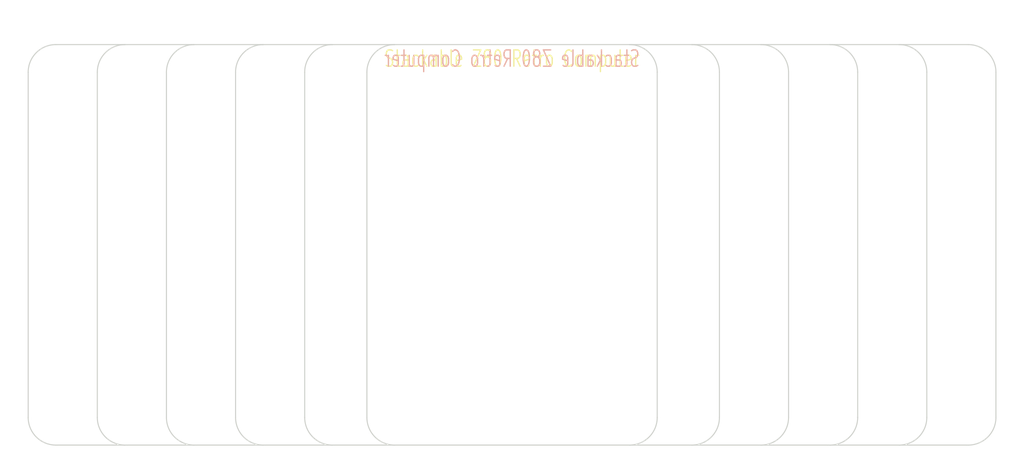
<source format=kicad_pcb>
(kicad_pcb (version 20171130) (host pcbnew "(5.0.1)-4")

  (general
    (thickness 1.6)
    (drawings 70)
    (tracks 0)
    (zones 0)
    (modules 0)
    (nets 1)
  )

  (page A4)
  (title_block
    (title "S80 - Stackable Z80")
    (date 2018-10-22)
    (rev 1.0)
    (comment 1 "Original Design Copyright (c) 2018 by R&F Pynckels")
    (comment 2 "RetroZ Adaptation Copyright(c) 2019 by J.P. Gravel")
  )

  (layers
    (0 F.Cu signal)
    (31 B.Cu signal)
    (34 B.Paste user)
    (35 F.Paste user)
    (36 B.SilkS user)
    (37 F.SilkS user)
    (38 B.Mask user)
    (39 F.Mask user)
    (40 Dwgs.User user)
    (44 Edge.Cuts user)
    (45 Margin user)
    (46 B.CrtYd user)
    (47 F.CrtYd user)
    (48 B.Fab user)
    (49 F.Fab user)
  )

  (setup
    (last_trace_width 0.1524)
    (user_trace_width 0.254)
    (user_trace_width 0.254)
    (user_trace_width 0.254)
    (user_trace_width 0.254)
    (user_trace_width 0.254)
    (user_trace_width 0.254)
    (user_trace_width 0.254)
    (user_trace_width 0.254)
    (user_trace_width 0.254)
    (user_trace_width 0.254)
    (user_trace_width 0.254)
    (user_trace_width 0.254)
    (user_trace_width 0.254)
    (user_trace_width 0.254)
    (user_trace_width 0.254)
    (user_trace_width 0.254)
    (user_trace_width 0.254)
    (user_trace_width 0.254)
    (user_trace_width 0.254)
    (user_trace_width 0.254)
    (user_trace_width 0.254)
    (user_trace_width 0.254)
    (user_trace_width 0.254)
    (user_trace_width 0.254)
    (user_trace_width 0.254)
    (user_trace_width 0.254)
    (user_trace_width 0.254)
    (user_trace_width 0.254)
    (user_trace_width 0.254)
    (user_trace_width 0.254)
    (user_trace_width 0.254)
    (user_trace_width 0.254)
    (user_trace_width 0.254)
    (user_trace_width 0.254)
    (user_trace_width 0.254)
    (user_trace_width 0.254)
    (user_trace_width 0.254)
    (user_trace_width 0.254)
    (user_trace_width 0.254)
    (user_trace_width 0.254)
    (user_trace_width 0.254)
    (user_trace_width 0.254)
    (user_trace_width 0.254)
    (user_trace_width 0.254)
    (user_trace_width 0.254)
    (user_trace_width 0.254)
    (trace_clearance 0.1524)
    (zone_clearance 0.1524)
    (zone_45_only yes)
    (trace_min 0.1524)
    (segment_width 0.2)
    (edge_width 0.2)
    (via_size 0.6858)
    (via_drill 0.3302)
    (via_min_size 0.508)
    (via_min_drill 0.254)
    (uvia_size 0.6858)
    (uvia_drill 0.3302)
    (uvias_allowed no)
    (uvia_min_size 0.2)
    (uvia_min_drill 0.1)
    (pcb_text_width 0.3)
    (pcb_text_size 1.5 1.5)
    (mod_edge_width 0.15)
    (mod_text_size 1 1)
    (mod_text_width 0.15)
    (pad_size 1.7 1.7)
    (pad_drill 1)
    (pad_to_mask_clearance 0.0508)
    (solder_mask_min_width 0.25)
    (aux_axis_origin 0 0)
    (visible_elements 7FFFF77F)
    (pcbplotparams
      (layerselection 0x010f0_ffffffff)
      (usegerberextensions true)
      (usegerberattributes true)
      (usegerberadvancedattributes false)
      (creategerberjobfile false)
      (excludeedgelayer true)
      (linewidth 0.150000)
      (plotframeref false)
      (viasonmask false)
      (mode 1)
      (useauxorigin false)
      (hpglpennumber 1)
      (hpglpenspeed 20)
      (hpglpendiameter 15.000000)
      (psnegative false)
      (psa4output false)
      (plotreference true)
      (plotvalue true)
      (plotinvisibletext false)
      (padsonsilk false)
      (subtractmaskfromsilk false)
      (outputformat 1)
      (mirror false)
      (drillshape 0)
      (scaleselection 1)
      (outputdirectory "../../Gerbers/S80 Serial/"))
  )

  (net 0 "")

  (net_class Default "This is the default net class."
    (clearance 0.1524)
    (trace_width 0.1524)
    (via_dia 0.6858)
    (via_drill 0.3302)
    (uvia_dia 0.6858)
    (uvia_drill 0.3302)
    (diff_pair_gap 0.254)
    (diff_pair_width 0.254)
  )

  (gr_line (start 116.84 139.7) (end 128.27 139.7) (layer Edge.Cuts) (width 0.2))
  (gr_line (start 104.14 139.7) (end 116.84 139.7) (layer Edge.Cuts) (width 0.2))
  (gr_line (start 91.44 139.7) (end 104.14 139.7) (layer Edge.Cuts) (width 0.2))
  (gr_line (start 78.74 139.7) (end 91.44 139.7) (layer Edge.Cuts) (width 0.2))
  (gr_line (start 66.04 139.7) (end 78.74 139.7) (layer Edge.Cuts) (width 0.2))
  (gr_line (start 182.88 139.7) (end 171.45 139.7) (layer Edge.Cuts) (width 0.2))
  (gr_line (start 195.58 139.7) (end 182.88 139.7) (layer Edge.Cuts) (width 0.2))
  (gr_line (start 208.28 139.7) (end 195.58 139.7) (layer Edge.Cuts) (width 0.2))
  (gr_line (start 220.98 139.7) (end 208.28 139.7) (layer Edge.Cuts) (width 0.2))
  (gr_line (start 233.68 139.7) (end 220.98 139.7) (layer Edge.Cuts) (width 0.2))
  (gr_line (start 182.88 66.04) (end 171.45 66.04) (layer Edge.Cuts) (width 0.2))
  (gr_line (start 195.58 66.04) (end 182.88 66.04) (layer Edge.Cuts) (width 0.2))
  (gr_line (start 208.28 66.04) (end 195.58 66.04) (layer Edge.Cuts) (width 0.2))
  (gr_line (start 220.98 66.04) (end 208.28 66.04) (layer Edge.Cuts) (width 0.2))
  (gr_line (start 233.68 66.04) (end 220.98 66.04) (layer Edge.Cuts) (width 0.2))
  (gr_line (start 116.84 66.04) (end 128.27 66.04) (layer Edge.Cuts) (width 0.2))
  (gr_line (start 104.14 66.04) (end 116.84 66.04) (layer Edge.Cuts) (width 0.2))
  (gr_line (start 91.44 66.04) (end 104.14 66.04) (layer Edge.Cuts) (width 0.2))
  (gr_line (start 78.74 66.04) (end 91.44 66.04) (layer Edge.Cuts) (width 0.2))
  (gr_line (start 66.04 66.04) (end 78.74 66.04) (layer Edge.Cuts) (width 0.2))
  (gr_arc (start 233.68 134.62) (end 233.68 139.7) (angle -90) (layer Edge.Cuts) (width 0.2) (tstamp 5BEBED37))
  (gr_arc (start 66.04 134.62) (end 60.96 134.62) (angle -90) (layer Edge.Cuts) (width 0.2) (tstamp 5BEBED52))
  (gr_line (start 171.45 139.7) (end 128.27 139.7) (layer Edge.Cuts) (width 0.2) (tstamp 5BEBED4C))
  (gr_arc (start 182.88 134.62) (end 182.88 139.7) (angle -90) (layer Edge.Cuts) (width 0.2) (tstamp 5BEBEA34))
  (gr_arc (start 220.98 134.62) (end 220.98 139.7) (angle -90) (layer Edge.Cuts) (width 0.2) (tstamp 5BEBEA67))
  (gr_arc (start 128.27 134.62) (end 123.19 134.62) (angle -90) (layer Edge.Cuts) (width 0.2) (tstamp 5BEBEA5B))
  (gr_arc (start 208.28 134.62) (end 208.28 139.7) (angle -90) (layer Edge.Cuts) (width 0.2) (tstamp 5BEBEA6A))
  (gr_arc (start 116.84 134.62) (end 111.76 134.62) (angle -90) (layer Edge.Cuts) (width 0.2) (tstamp 5BEBEA40))
  (gr_arc (start 91.44 134.62) (end 86.36 134.62) (angle -90) (layer Edge.Cuts) (width 0.2) (tstamp 5BEBEA61))
  (gr_arc (start 78.74 134.62) (end 73.66 134.62) (angle -90) (layer Edge.Cuts) (width 0.2) (tstamp 5BEBEA58))
  (gr_arc (start 171.45 134.62) (end 171.45 139.7) (angle -90) (layer Edge.Cuts) (width 0.2) (tstamp 5BEBEA49))
  (gr_arc (start 195.58 134.62) (end 195.58 139.7) (angle -90) (layer Edge.Cuts) (width 0.2) (tstamp 5BEBEA70))
  (gr_arc (start 104.14 134.62) (end 99.06 134.62) (angle -90) (layer Edge.Cuts) (width 0.2) (tstamp 5BEBEA31))
  (gr_line (start 123.19 71.12) (end 123.19 134.62) (layer Edge.Cuts) (width 0.2) (tstamp 5BEBEAB2))
  (gr_arc (start 128.27 71.12) (end 128.27 66.04) (angle -90) (layer Edge.Cuts) (width 0.2) (tstamp 5BEBEA2E))
  (gr_line (start 59.69 102.87) (end 55.88 102.87) (layer Dwgs.User) (width 0.2) (tstamp 5BEBE9FB))
  (gr_text "Stackable Z80 Retro Computer" (at 149.86 68.6402) (layer B.SilkS) (tstamp 5BEBECB9)
    (effects (font (size 3 2) (thickness 0.25)) (justify mirror))
  )
  (gr_text "Stackable Z80 Retro Computer" (at 149.86 68.6402) (layer F.SilkS) (tstamp 5BEBECB6)
    (effects (font (size 3 2) (thickness 0.25)))
  )
  (gr_line (start 171.45 66.04) (end 128.27 66.04) (layer Edge.Cuts) (width 0.2) (tstamp 5BEBED25))
  (gr_arc (start 66.04 71.12) (end 66.04 66.04) (angle -90) (layer Edge.Cuts) (width 0.2) (tstamp 5BEBED3A))
  (gr_line (start 60.96 71.12) (end 60.96 134.62) (layer Edge.Cuts) (width 0.2) (tstamp 5BEBED43))
  (gr_line (start 238.76 71.12) (end 238.76 134.62) (layer Edge.Cuts) (width 0.2) (tstamp 5BEBED31))
  (gr_arc (start 233.68 71.12) (end 238.76 71.12) (angle -90) (layer Edge.Cuts) (width 0.2) (tstamp 5BEBED2B))
  (gr_line (start 213.36 71.12) (end 213.36 134.62) (layer Edge.Cuts) (width 0.2) (tstamp 5BEBEA7C))
  (gr_line (start 200.66 71.12) (end 200.66 134.62) (layer Edge.Cuts) (width 0.2) (tstamp 5BEBEAD3))
  (gr_line (start 187.96 71.12) (end 187.96 134.62) (layer Edge.Cuts) (width 0.2) (tstamp 5BEBEAD0))
  (gr_line (start 176.53 71.12) (end 176.53 134.62) (layer Edge.Cuts) (width 0.2) (tstamp 5BEBEA79))
  (gr_line (start 111.76 71.12) (end 111.76 134.62) (layer Edge.Cuts) (width 0.2) (tstamp 5BEBEAC7))
  (gr_line (start 99.06 71.12) (end 99.06 134.62) (layer Edge.Cuts) (width 0.2) (tstamp 5BEBEAAF))
  (gr_line (start 86.36 71.12) (end 86.36 134.62) (layer Edge.Cuts) (width 0.2) (tstamp 5BEBEAAC))
  (gr_arc (start 171.45 71.12) (end 176.53 71.12) (angle -90) (layer Edge.Cuts) (width 0.2) (tstamp 5BEBEAA0))
  (gr_arc (start 182.88 71.12) (end 187.96 71.12) (angle -90) (layer Edge.Cuts) (width 0.2) (tstamp 5BEBEA9D))
  (gr_arc (start 195.58 71.12) (end 200.66 71.12) (angle -90) (layer Edge.Cuts) (width 0.2) (tstamp 5BEBEA52))
  (gr_arc (start 116.84 71.12) (end 116.84 66.04) (angle -90) (layer Edge.Cuts) (width 0.2) (tstamp 5BEBEA4F))
  (gr_arc (start 91.44 71.12) (end 91.44 66.04) (angle -90) (layer Edge.Cuts) (width 0.2) (tstamp 5BEBEA3D))
  (gr_arc (start 104.14 71.12) (end 104.14 66.04) (angle -90) (layer Edge.Cuts) (width 0.2) (tstamp 5BEBEA3A))
  (gr_arc (start 208.28 71.12) (end 213.36 71.12) (angle -90) (layer Edge.Cuts) (width 0.2) (tstamp 5BEBEA6D))
  (gr_line (start 73.66 71.12) (end 73.66 134.62) (layer Edge.Cuts) (width 0.2) (tstamp 5BEBEA4C))
  (gr_line (start 226.06 71.12) (end 226.06 134.62) (layer Edge.Cuts) (width 0.2) (tstamp 5BEBEA37))
  (gr_arc (start 220.98 71.12) (end 226.06 71.12) (angle -90) (layer Edge.Cuts) (width 0.2) (tstamp 5BEBEA64))
  (gr_arc (start 78.74 71.12) (end 78.74 66.04) (angle -90) (layer Edge.Cuts) (width 0.2) (tstamp 5BEBEA46))
  (gr_line (start 240.03 102.87) (end 243.84 102.87) (layer Dwgs.User) (width 0.2) (tstamp 5BEBE9EC))
  (gr_line (start 149.86 140.97) (end 149.86 144.78) (layer Dwgs.User) (width 0.2) (tstamp 5BEBE9CE))
  (gr_line (start 149.86 64.77) (end 149.86 63.5) (layer Dwgs.User) (width 0.2) (tstamp 5BEBE9CB))
  (gr_line (start 241.3 60.96) (end 241.3 142.24) (layer Dwgs.User) (width 0.2) (tstamp 5BEBE9C5))
  (gr_line (start 172.72 60.96) (end 241.3 60.96) (layer Dwgs.User) (width 0.2) (tstamp 5BEBE9C2))
  (gr_line (start 58.42 142.24) (end 58.42 60.96) (layer Dwgs.User) (width 0.2) (tstamp 5BEBE9D7))
  (gr_line (start 241.3 142.24) (end 58.42 142.24) (layer Dwgs.User) (width 0.2) (tstamp 5BEBE9E3))
  (gr_line (start 127.05842 60.95746) (end 58.42 60.96) (layer Dwgs.User) (width 0.2) (tstamp 5BEBE9BF))
  (gr_text "S80 Template" (at 149.86 60.96) (layer Dwgs.User) (tstamp 5B5A3486)
    (effects (font (size 3.81 3.81) (thickness 0.508)))
  )

)

</source>
